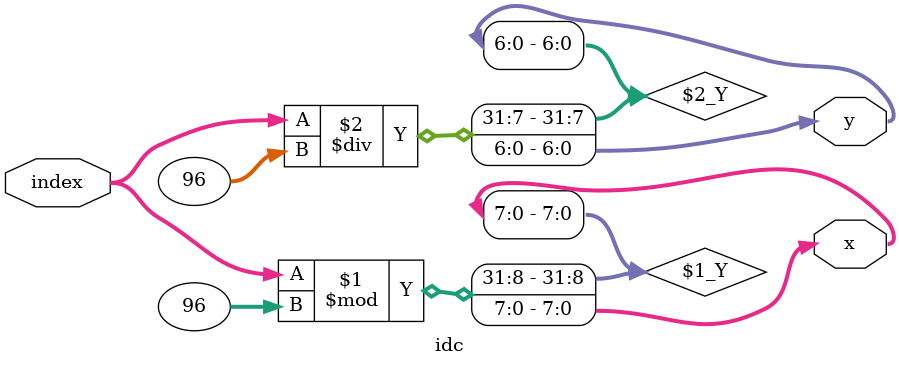
<source format=v>
`timescale 1ns / 1ps


module idc(
    input [12:0] index,
    output [7:0] x,
    output [6:0] y
    );
    
    assign x = index % 96;
    assign y = index / 96;
    
endmodule

</source>
